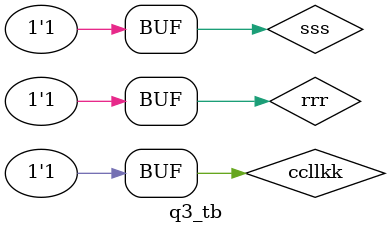
<source format=sv>
`timescale 1ns/1ns	

module q3_tb();
   logic sss = 0, rrr = 1, ccllkk = 1;
   logic qqq, qqqbar;
   q2 UUT(sss, rrr, ccllkk, qqq, qqqbar);
   initial begin
	  #100 ccllkk = 0;
      #100 ccllkk = 1;
      #100 rrr = 0;
      #100 sss = 1;
      #100 ccllkk = 0;
      #100 ccllkk = 1;
      #100 sss = 1;
      #100 rrr = 1;
      #100 ccllkk = 0;
      #100 ccllkk = 1;
	  // Loss Of Memory Happens Here:
//      #100 sss = 0;
//      #100 rrr = 0;	  
//      #100 ccllkk = 0;
//      #100 ccllkk = 1;	  
    end
endmodule

</source>
